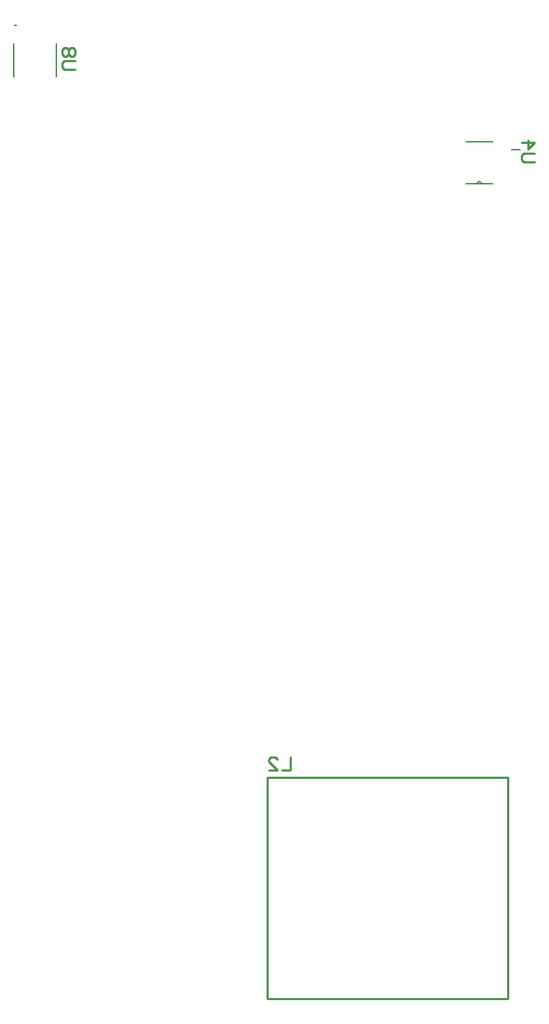
<source format=gbo>
G04*
G04 #@! TF.GenerationSoftware,Altium Limited,Altium Designer,21.5.1 (32)*
G04*
G04 Layer_Color=32896*
%FSLAX25Y25*%
%MOIN*%
G70*
G04*
G04 #@! TF.SameCoordinates,C97E674D-CBD0-4417-8129-BB80065031B2*
G04*
G04*
G04 #@! TF.FilePolarity,Positive*
G04*
G01*
G75*
%ADD11C,0.00787*%
%ADD12C,0.01000*%
%ADD15C,0.00500*%
%ADD74C,0.00600*%
D11*
X82819Y475181D02*
X82032D01*
X82819D01*
D12*
X309658Y26535D02*
Y128535D01*
X198658Y26535D02*
Y128535D01*
Y26535D02*
X254157D01*
X309658D01*
X254157Y128535D02*
X309658D01*
X198658D02*
X254157D01*
X321999Y412002D02*
X317001D01*
X316001Y413001D01*
Y415001D01*
X317001Y416000D01*
X321999D01*
X316001Y420999D02*
X321999D01*
X319000Y418000D01*
Y421998D01*
X109999Y454920D02*
X105001D01*
X104001Y455920D01*
Y457919D01*
X105001Y458919D01*
X109999D01*
X108999Y460918D02*
X109999Y461918D01*
Y463917D01*
X108999Y464917D01*
X108000D01*
X107000Y463917D01*
X106000Y464917D01*
X105001D01*
X104001Y463917D01*
Y461918D01*
X105001Y460918D01*
X106000D01*
X107000Y461918D01*
X108000Y460918D01*
X108999D01*
X107000Y461918D02*
Y463917D01*
X209156Y137684D02*
Y131686D01*
X205157D01*
X199159D02*
X203158D01*
X199159Y135685D01*
Y136684D01*
X200159Y137684D01*
X202158D01*
X203158Y136684D01*
D15*
X81559Y451598D02*
Y466953D01*
X101441Y451598D02*
Y466953D01*
D74*
X297700Y402000D02*
X297348Y402848D01*
X296500Y403200D01*
X295652Y402848D01*
X295300Y402000D01*
X290400D02*
X295300D01*
X297700D01*
X302600D01*
X290400Y421600D02*
X302600D01*
X311300Y417900D02*
X315300D01*
M02*

</source>
